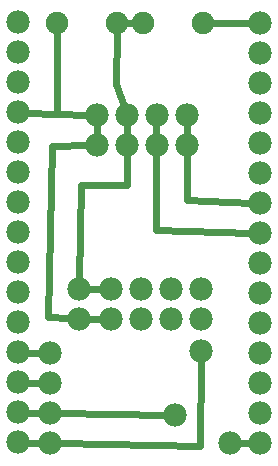
<source format=gtl>
G04 MADE WITH FRITZING*
G04 WWW.FRITZING.ORG*
G04 DOUBLE SIDED*
G04 HOLES PLATED*
G04 CONTOUR ON CENTER OF CONTOUR VECTOR*
%ASAXBY*%
%FSLAX23Y23*%
%MOIN*%
%OFA0B0*%
%SFA1.0B1.0*%
%ADD10C,0.075000*%
%ADD11C,0.078000*%
%ADD12C,0.024000*%
%LNCOPPER1*%
G90*
G70*
G54D10*
X417Y1480D03*
X217Y1480D03*
X703Y1480D03*
X503Y1480D03*
G54D11*
X395Y494D03*
X495Y494D03*
X595Y494D03*
X695Y494D03*
X395Y494D03*
X495Y494D03*
X595Y494D03*
X695Y494D03*
X695Y594D03*
X595Y594D03*
X495Y594D03*
X395Y594D03*
X892Y80D03*
X892Y180D03*
X892Y280D03*
X892Y380D03*
X892Y480D03*
X892Y580D03*
X892Y680D03*
X892Y780D03*
X892Y880D03*
X892Y980D03*
X892Y1080D03*
X892Y1180D03*
X892Y1280D03*
X892Y1380D03*
X892Y1480D03*
X648Y1175D03*
X548Y1175D03*
X448Y1175D03*
X348Y1175D03*
X648Y1175D03*
X548Y1175D03*
X448Y1175D03*
X348Y1175D03*
X348Y1075D03*
X448Y1075D03*
X548Y1075D03*
X648Y1075D03*
X609Y175D03*
X695Y386D03*
X792Y80D03*
X192Y80D03*
X192Y180D03*
X192Y280D03*
X192Y380D03*
X290Y494D03*
X290Y594D03*
X87Y83D03*
X87Y183D03*
X87Y283D03*
X87Y383D03*
X87Y483D03*
X87Y583D03*
X87Y683D03*
X87Y783D03*
X87Y883D03*
X87Y983D03*
X87Y1083D03*
X87Y1183D03*
X87Y1283D03*
X87Y1383D03*
X87Y1483D03*
G54D12*
X450Y939D02*
X295Y939D01*
D02*
X414Y1278D02*
X438Y1203D01*
D02*
X198Y1072D02*
X187Y500D01*
D02*
X295Y939D02*
X290Y624D01*
D02*
X448Y1045D02*
X450Y939D01*
D02*
X318Y1074D02*
X198Y1072D01*
D02*
X448Y1175D02*
X448Y1072D01*
D02*
X117Y182D02*
X162Y181D01*
D02*
X117Y282D02*
X162Y281D01*
D02*
X117Y382D02*
X162Y381D01*
D02*
X187Y500D02*
X260Y496D01*
D02*
X320Y494D02*
X365Y494D01*
D02*
X320Y594D02*
X365Y594D01*
D02*
X417Y1452D02*
X414Y1278D01*
D02*
X217Y1178D02*
X117Y1182D01*
D02*
X217Y1452D02*
X217Y1178D01*
D02*
X446Y1480D02*
X475Y1480D01*
D02*
X732Y1480D02*
X862Y1480D01*
D02*
X822Y80D02*
X862Y80D01*
D02*
X117Y82D02*
X162Y81D01*
D02*
X348Y1145D02*
X348Y1105D01*
D02*
X217Y1178D02*
X318Y1175D01*
D02*
X650Y889D02*
X862Y881D01*
D02*
X648Y1145D02*
X650Y889D01*
D02*
X545Y791D02*
X862Y781D01*
D02*
X547Y1145D02*
X545Y791D01*
D02*
X579Y175D02*
X222Y180D01*
D02*
X692Y72D02*
X695Y356D01*
D02*
X222Y80D02*
X692Y72D01*
G04 End of Copper1*
M02*
</source>
